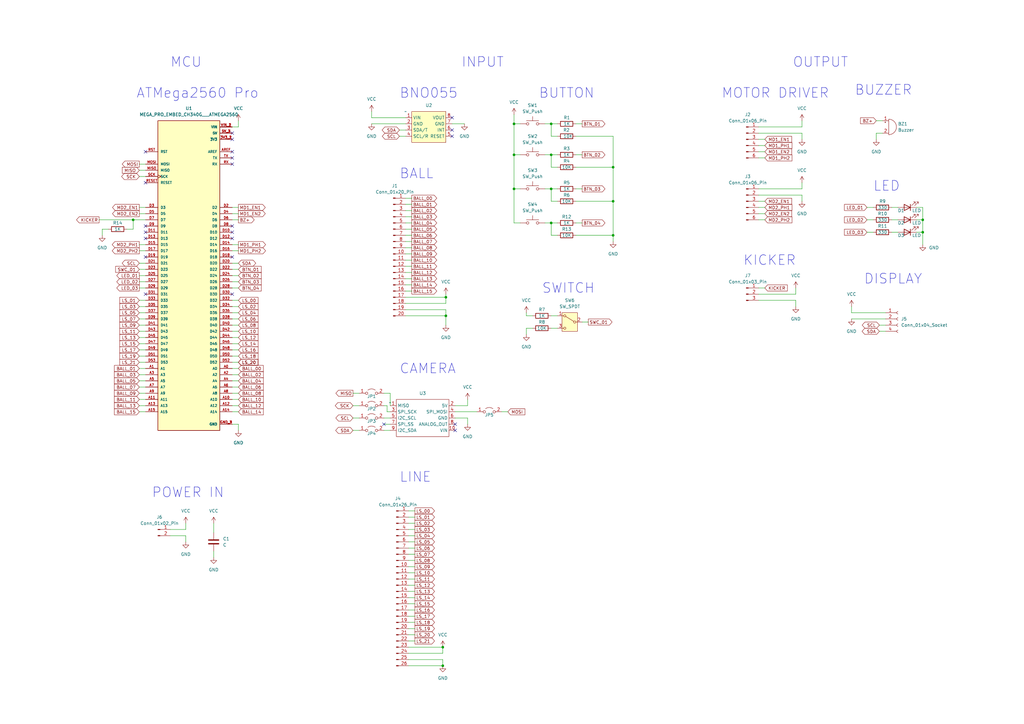
<source format=kicad_sch>
(kicad_sch (version 20230121) (generator eeschema)
  (paper "A3")
  (junction (at 182.88 129.54))
  (junction (at 251.46 82.55))
  (junction (at 54.61 90.17))
  (junction (at 210.82 50.8))
  (junction (at 181.61 265.43))
  (junction (at 378.46 90.17))
  (junction (at 226.06 63.5))
  (junction (at 378.46 95.25))
  (junction (at 226.06 91.44))
  (junction (at 251.46 96.52))
  (junction (at 251.46 68.58))
  (junction (at 182.88 121.92))
  (junction (at 210.82 63.5))
  (junction (at 226.06 50.8))
  (junction (at 181.61 273.05))
  (junction (at 226.06 77.47))
  (junction (at 210.82 77.47))
  (no_connect (at 59.69 105.41))
  (no_connect (at 95.25 95.25))
  (no_connect (at 157.48 173.99))
  (no_connect (at 95.25 120.65))
  (no_connect (at 95.25 64.77))
  (no_connect (at 186.69 173.99))
  (no_connect (at 95.25 105.41))
  (no_connect (at 59.69 120.65))
  (no_connect (at 95.25 57.15))
  (no_connect (at 95.25 54.61))
  (no_connect (at 186.69 176.53))
  (no_connect (at 95.25 62.23))
  (no_connect (at 95.25 97.79))
  (no_connect (at 185.42 55.88))
  (no_connect (at 59.69 74.93))
  (no_connect (at 59.69 97.79))
  (no_connect (at 59.69 92.71))
  (no_connect (at 185.42 53.34))
  (no_connect (at 185.42 48.26))
  (no_connect (at 59.69 62.23))
  (no_connect (at 95.25 67.31))
  (no_connect (at 95.25 92.71))
  (no_connect (at 59.69 95.25))
  (wire (pts (xy 326.39 125.73) (xy 326.39 123.19)))
  (wire (pts (xy 95.25 151.13) (xy 97.79 151.13)))
  (wire (pts (xy 54.61 90.17) (xy 59.69 90.17)))
  (wire (pts (xy 41.91 96.52) (xy 41.91 93.98)))
  (wire (pts (xy 251.46 68.58) (xy 251.46 55.88)))
  (wire (pts (xy 166.37 88.9) (xy 168.91 88.9)))
  (wire (pts (xy 95.25 52.07) (xy 97.79 52.07)))
  (wire (pts (xy 238.76 50.8) (xy 236.22 50.8)))
  (wire (pts (xy 375.92 85.09) (xy 378.46 85.09)))
  (wire (pts (xy 191.77 166.37) (xy 191.77 163.83)))
  (wire (pts (xy 57.15 72.39) (xy 59.69 72.39)))
  (wire (pts (xy 166.37 86.36) (xy 168.91 86.36)))
  (wire (pts (xy 226.06 129.54) (xy 228.6 129.54)))
  (wire (pts (xy 378.46 95.25) (xy 378.46 100.33)))
  (wire (pts (xy 226.06 91.44) (xy 226.06 96.52)))
  (wire (pts (xy 57.15 133.35) (xy 59.69 133.35)))
  (wire (pts (xy 95.25 128.27) (xy 97.79 128.27)))
  (wire (pts (xy 69.85 217.17) (xy 76.2 217.17)))
  (wire (pts (xy 144.78 176.53) (xy 147.32 176.53)))
  (wire (pts (xy 182.88 127) (xy 182.88 129.54)))
  (wire (pts (xy 375.92 90.17) (xy 378.46 90.17)))
  (wire (pts (xy 57.15 115.57) (xy 59.69 115.57)))
  (wire (pts (xy 166.37 101.6) (xy 168.91 101.6)))
  (wire (pts (xy 76.2 217.17) (xy 76.2 214.63)))
  (wire (pts (xy 181.61 265.43) (xy 181.61 267.97)))
  (wire (pts (xy 167.64 219.71) (xy 170.18 219.71)))
  (wire (pts (xy 167.64 227.33) (xy 170.18 227.33)))
  (wire (pts (xy 57.15 138.43) (xy 59.69 138.43)))
  (wire (pts (xy 57.15 87.63) (xy 59.69 87.63)))
  (wire (pts (xy 191.77 173.99) (xy 191.77 171.45)))
  (wire (pts (xy 166.37 127) (xy 182.88 127)))
  (wire (pts (xy 215.9 129.54) (xy 218.44 129.54)))
  (wire (pts (xy 95.25 138.43) (xy 97.79 138.43)))
  (wire (pts (xy 361.95 49.53) (xy 359.41 49.53)))
  (wire (pts (xy 228.6 50.8) (xy 226.06 50.8)))
  (wire (pts (xy 166.37 109.22) (xy 168.91 109.22)))
  (wire (pts (xy 238.76 91.44) (xy 236.22 91.44)))
  (wire (pts (xy 311.15 85.09) (xy 313.69 85.09)))
  (wire (pts (xy 144.78 166.37) (xy 147.32 166.37)))
  (wire (pts (xy 57.15 100.33) (xy 59.69 100.33)))
  (wire (pts (xy 57.15 107.95) (xy 59.69 107.95)))
  (wire (pts (xy 167.64 234.95) (xy 170.18 234.95)))
  (wire (pts (xy 182.88 133.35) (xy 182.88 129.54)))
  (wire (pts (xy 375.92 95.25) (xy 378.46 95.25)))
  (wire (pts (xy 57.15 166.37) (xy 59.69 166.37)))
  (wire (pts (xy 57.15 153.67) (xy 59.69 153.67)))
  (wire (pts (xy 378.46 85.09) (xy 378.46 90.17)))
  (wire (pts (xy 41.91 93.98) (xy 44.45 93.98)))
  (wire (pts (xy 311.15 118.11) (xy 313.69 118.11)))
  (wire (pts (xy 97.79 173.99) (xy 97.79 176.53)))
  (wire (pts (xy 57.15 113.03) (xy 59.69 113.03)))
  (wire (pts (xy 152.4 50.8) (xy 166.37 50.8)))
  (wire (pts (xy 213.36 63.5) (xy 210.82 63.5)))
  (wire (pts (xy 57.15 67.31) (xy 59.69 67.31)))
  (wire (pts (xy 226.06 50.8) (xy 223.52 50.8)))
  (wire (pts (xy 95.25 115.57) (xy 97.79 115.57)))
  (wire (pts (xy 95.25 133.35) (xy 97.79 133.35)))
  (wire (pts (xy 76.2 219.71) (xy 69.85 219.71)))
  (wire (pts (xy 363.22 128.27) (xy 349.25 128.27)))
  (wire (pts (xy 95.25 153.67) (xy 97.79 153.67)))
  (wire (pts (xy 40.64 90.17) (xy 54.61 90.17)))
  (wire (pts (xy 326.39 123.19) (xy 311.15 123.19)))
  (wire (pts (xy 158.75 166.37) (xy 157.48 166.37)))
  (wire (pts (xy 186.69 166.37) (xy 191.77 166.37)))
  (wire (pts (xy 167.64 252.73) (xy 170.18 252.73)))
  (wire (pts (xy 95.25 110.49) (xy 97.79 110.49)))
  (wire (pts (xy 210.82 46.99) (xy 210.82 50.8)))
  (wire (pts (xy 167.64 214.63) (xy 170.18 214.63)))
  (wire (pts (xy 152.4 45.72) (xy 152.4 48.26)))
  (wire (pts (xy 57.15 128.27) (xy 59.69 128.27)))
  (wire (pts (xy 226.06 77.47) (xy 228.6 77.47)))
  (wire (pts (xy 57.15 140.97) (xy 59.69 140.97)))
  (wire (pts (xy 326.39 118.11) (xy 326.39 120.65)))
  (wire (pts (xy 226.06 63.5) (xy 223.52 63.5)))
  (wire (pts (xy 251.46 55.88) (xy 236.22 55.88)))
  (wire (pts (xy 95.25 107.95) (xy 97.79 107.95)))
  (wire (pts (xy 166.37 111.76) (xy 168.91 111.76)))
  (wire (pts (xy 95.25 118.11) (xy 97.79 118.11)))
  (wire (pts (xy 167.64 240.03) (xy 170.18 240.03)))
  (wire (pts (xy 368.3 85.09) (xy 365.76 85.09)))
  (wire (pts (xy 236.22 68.58) (xy 251.46 68.58)))
  (wire (pts (xy 57.15 135.89) (xy 59.69 135.89)))
  (wire (pts (xy 144.78 161.29) (xy 147.32 161.29)))
  (wire (pts (xy 166.37 83.82) (xy 168.91 83.82)))
  (wire (pts (xy 166.37 93.98) (xy 168.91 93.98)))
  (wire (pts (xy 182.88 121.92) (xy 182.88 124.46)))
  (wire (pts (xy 166.37 96.52) (xy 168.91 96.52)))
  (wire (pts (xy 57.15 125.73) (xy 59.69 125.73)))
  (wire (pts (xy 57.15 85.09) (xy 59.69 85.09)))
  (wire (pts (xy 157.48 173.99) (xy 160.02 173.99)))
  (wire (pts (xy 54.61 93.98) (xy 54.61 90.17)))
  (wire (pts (xy 157.48 161.29) (xy 160.02 161.29)))
  (wire (pts (xy 185.42 50.8) (xy 190.5 50.8)))
  (wire (pts (xy 57.15 158.75) (xy 59.69 158.75)))
  (wire (pts (xy 57.15 151.13) (xy 59.69 151.13)))
  (wire (pts (xy 368.3 95.25) (xy 365.76 95.25)))
  (wire (pts (xy 167.64 224.79) (xy 170.18 224.79)))
  (wire (pts (xy 210.82 63.5) (xy 210.82 77.47)))
  (wire (pts (xy 166.37 121.92) (xy 182.88 121.92)))
  (wire (pts (xy 157.48 171.45) (xy 160.02 171.45)))
  (wire (pts (xy 87.63 226.06) (xy 87.63 228.6)))
  (wire (pts (xy 166.37 99.06) (xy 168.91 99.06)))
  (wire (pts (xy 95.25 130.81) (xy 97.79 130.81)))
  (wire (pts (xy 182.88 120.65) (xy 182.88 121.92)))
  (wire (pts (xy 359.41 54.61) (xy 359.41 57.15)))
  (wire (pts (xy 57.15 69.85) (xy 59.69 69.85)))
  (wire (pts (xy 163.83 55.88) (xy 166.37 55.88)))
  (wire (pts (xy 167.64 232.41) (xy 170.18 232.41)))
  (wire (pts (xy 311.15 82.55) (xy 313.69 82.55)))
  (wire (pts (xy 182.88 124.46) (xy 166.37 124.46)))
  (wire (pts (xy 251.46 82.55) (xy 251.46 68.58)))
  (wire (pts (xy 167.64 270.51) (xy 181.61 270.51)))
  (wire (pts (xy 328.93 74.93) (xy 328.93 77.47)))
  (wire (pts (xy 167.64 242.57) (xy 170.18 242.57)))
  (wire (pts (xy 166.37 106.68) (xy 168.91 106.68)))
  (wire (pts (xy 355.6 85.09) (xy 358.14 85.09)))
  (wire (pts (xy 57.15 148.59) (xy 59.69 148.59)))
  (wire (pts (xy 95.25 166.37) (xy 97.79 166.37)))
  (wire (pts (xy 251.46 96.52) (xy 251.46 82.55)))
  (wire (pts (xy 57.15 110.49) (xy 59.69 110.49)))
  (wire (pts (xy 167.64 255.27) (xy 170.18 255.27)))
  (wire (pts (xy 378.46 95.25) (xy 378.46 90.17)))
  (wire (pts (xy 213.36 77.47) (xy 210.82 77.47)))
  (wire (pts (xy 166.37 81.28) (xy 168.91 81.28)))
  (wire (pts (xy 52.07 93.98) (xy 54.61 93.98)))
  (wire (pts (xy 311.15 77.47) (xy 328.93 77.47)))
  (wire (pts (xy 57.15 130.81) (xy 59.69 130.81)))
  (wire (pts (xy 226.06 55.88) (xy 228.6 55.88)))
  (wire (pts (xy 166.37 104.14) (xy 168.91 104.14)))
  (wire (pts (xy 241.3 132.08) (xy 238.76 132.08)))
  (wire (pts (xy 167.64 237.49) (xy 170.18 237.49)))
  (wire (pts (xy 97.79 52.07) (xy 97.79 49.53)))
  (wire (pts (xy 95.25 158.75) (xy 97.79 158.75)))
  (wire (pts (xy 87.63 214.63) (xy 87.63 218.44)))
  (wire (pts (xy 226.06 134.62) (xy 228.6 134.62)))
  (wire (pts (xy 95.25 123.19) (xy 97.79 123.19)))
  (wire (pts (xy 95.25 168.91) (xy 97.79 168.91)))
  (wire (pts (xy 95.25 173.99) (xy 97.79 173.99)))
  (wire (pts (xy 328.93 80.01) (xy 328.93 82.55)))
  (wire (pts (xy 157.48 176.53) (xy 160.02 176.53)))
  (wire (pts (xy 311.15 90.17) (xy 313.69 90.17)))
  (wire (pts (xy 349.25 128.27) (xy 349.25 125.73)))
  (wire (pts (xy 95.25 125.73) (xy 97.79 125.73)))
  (wire (pts (xy 226.06 82.55) (xy 228.6 82.55)))
  (wire (pts (xy 226.06 77.47) (xy 226.06 82.55)))
  (wire (pts (xy 57.15 163.83) (xy 59.69 163.83)))
  (wire (pts (xy 328.93 54.61) (xy 311.15 54.61)))
  (wire (pts (xy 57.15 143.51) (xy 59.69 143.51)))
  (wire (pts (xy 213.36 91.44) (xy 210.82 91.44)))
  (wire (pts (xy 160.02 161.29) (xy 160.02 166.37)))
  (wire (pts (xy 205.74 168.91) (xy 208.28 168.91)))
  (wire (pts (xy 226.06 68.58) (xy 228.6 68.58)))
  (wire (pts (xy 186.69 171.45) (xy 191.77 171.45)))
  (wire (pts (xy 360.68 133.35) (xy 363.22 133.35)))
  (wire (pts (xy 166.37 119.38) (xy 168.91 119.38)))
  (wire (pts (xy 226.06 50.8) (xy 226.06 55.88)))
  (wire (pts (xy 218.44 134.62) (xy 215.9 134.62)))
  (wire (pts (xy 167.64 262.89) (xy 170.18 262.89)))
  (wire (pts (xy 368.3 90.17) (xy 365.76 90.17)))
  (wire (pts (xy 360.68 135.89) (xy 363.22 135.89)))
  (wire (pts (xy 167.64 212.09) (xy 170.18 212.09)))
  (wire (pts (xy 95.25 163.83) (xy 97.79 163.83)))
  (wire (pts (xy 238.76 77.47) (xy 236.22 77.47)))
  (wire (pts (xy 181.61 267.97) (xy 167.64 267.97)))
  (wire (pts (xy 328.93 54.61) (xy 328.93 57.15)))
  (wire (pts (xy 226.06 96.52) (xy 228.6 96.52)))
  (wire (pts (xy 95.25 85.09) (xy 97.79 85.09)))
  (wire (pts (xy 57.15 102.87) (xy 59.69 102.87)))
  (wire (pts (xy 95.25 161.29) (xy 97.79 161.29)))
  (wire (pts (xy 167.64 222.25) (xy 170.18 222.25)))
  (wire (pts (xy 167.64 257.81) (xy 170.18 257.81)))
  (wire (pts (xy 210.82 50.8) (xy 210.82 63.5)))
  (wire (pts (xy 166.37 114.3) (xy 168.91 114.3)))
  (wire (pts (xy 361.95 54.61) (xy 359.41 54.61)))
  (wire (pts (xy 223.52 91.44) (xy 226.06 91.44)))
  (wire (pts (xy 166.37 91.44) (xy 168.91 91.44)))
  (wire (pts (xy 57.15 118.11) (xy 59.69 118.11)))
  (wire (pts (xy 57.15 161.29) (xy 59.69 161.29)))
  (wire (pts (xy 311.15 57.15) (xy 313.69 57.15)))
  (wire (pts (xy 215.9 134.62) (xy 215.9 137.16)))
  (wire (pts (xy 326.39 120.65) (xy 311.15 120.65)))
  (wire (pts (xy 355.6 95.25) (xy 358.14 95.25)))
  (wire (pts (xy 158.75 168.91) (xy 160.02 168.91)))
  (wire (pts (xy 95.25 102.87) (xy 97.79 102.87)))
  (wire (pts (xy 236.22 96.52) (xy 251.46 96.52)))
  (wire (pts (xy 167.64 247.65) (xy 170.18 247.65)))
  (wire (pts (xy 167.64 250.19) (xy 170.18 250.19)))
  (wire (pts (xy 311.15 80.01) (xy 328.93 80.01)))
  (wire (pts (xy 311.15 59.69) (xy 313.69 59.69)))
  (wire (pts (xy 170.18 209.55) (xy 167.64 209.55)))
  (wire (pts (xy 95.25 100.33) (xy 97.79 100.33)))
  (wire (pts (xy 166.37 129.54) (xy 182.88 129.54)))
  (wire (pts (xy 210.82 77.47) (xy 210.82 91.44)))
  (wire (pts (xy 223.52 77.47) (xy 226.06 77.47)))
  (wire (pts (xy 95.25 148.59) (xy 97.79 148.59)))
  (wire (pts (xy 236.22 82.55) (xy 251.46 82.55)))
  (wire (pts (xy 95.25 156.21) (xy 97.79 156.21)))
  (wire (pts (xy 215.9 128.27) (xy 215.9 129.54)))
  (wire (pts (xy 167.64 229.87) (xy 170.18 229.87)))
  (wire (pts (xy 226.06 91.44) (xy 228.6 91.44)))
  (wire (pts (xy 181.61 270.51) (xy 181.61 273.05)))
  (wire (pts (xy 95.25 87.63) (xy 97.79 87.63)))
  (wire (pts (xy 57.15 123.19) (xy 59.69 123.19)))
  (wire (pts (xy 349.25 130.81) (xy 363.22 130.81)))
  (wire (pts (xy 167.64 260.35) (xy 170.18 260.35)))
  (wire (pts (xy 158.75 166.37) (xy 158.75 168.91)))
  (wire (pts (xy 311.15 62.23) (xy 313.69 62.23)))
  (wire (pts (xy 167.64 265.43) (xy 181.61 265.43)))
  (wire (pts (xy 95.25 143.51) (xy 97.79 143.51)))
  (wire (pts (xy 328.93 52.07) (xy 311.15 52.07)))
  (wire (pts (xy 163.83 53.34) (xy 166.37 53.34)))
  (wire (pts (xy 186.69 168.91) (xy 195.58 168.91)))
  (wire (pts (xy 311.15 64.77) (xy 313.69 64.77)))
  (wire (pts (xy 228.6 63.5) (xy 226.06 63.5)))
  (wire (pts (xy 95.25 113.03) (xy 97.79 113.03)))
  (wire (pts (xy 167.64 245.11) (xy 170.18 245.11)))
  (wire (pts (xy 238.76 63.5) (xy 236.22 63.5)))
  (wire (pts (xy 167.64 217.17) (xy 170.18 217.17)))
  (wire (pts (xy 251.46 99.06) (xy 251.46 96.52)))
  (wire (pts (xy 226.06 68.58) (xy 226.06 63.5)))
  (wire (pts (xy 95.25 140.97) (xy 97.79 140.97)))
  (wire (pts (xy 166.37 116.84) (xy 168.91 116.84)))
  (wire (pts (xy 57.15 156.21) (xy 59.69 156.21)))
  (wire (pts (xy 95.25 135.89) (xy 97.79 135.89)))
  (wire (pts (xy 210.82 50.8) (xy 213.36 50.8)))
  (wire (pts (xy 57.15 168.91) (xy 59.69 168.91)))
  (wire (pts (xy 152.4 48.26) (xy 166.37 48.26)))
  (wire (pts (xy 355.6 90.17) (xy 358.14 90.17)))
  (wire (pts (xy 311.15 87.63) (xy 313.69 87.63)))
  (wire (pts (xy 95.25 90.17) (xy 97.79 90.17)))
  (wire (pts (xy 76.2 222.25) (xy 76.2 219.71)))
  (wire (pts (xy 57.15 146.05) (xy 59.69 146.05)))
  (wire (pts (xy 167.64 273.05) (xy 181.61 273.05)))
  (wire (pts (xy 95.25 146.05) (xy 97.79 146.05)))
  (wire (pts (xy 328.93 49.53) (xy 328.93 52.07)))
  (wire (pts (xy 144.78 171.45) (xy 147.32 171.45)))
  (text "OUTPUT" (at 325.12 27.94 0) (effects (font (size 4 4)) (justify left bottom)))
  (text "DISPLAY" (at 354.33 116.84 0) (effects (font (size 4 4)) (justify left bottom)))
  (text "CAMERA" (at 163.83 153.67 0) (effects (font (size 4 4)) (justify left bottom)))
  (text "KICKER" (at 304.8 109.22 0) (effects (font (size 4 4)) (justify left bottom)))
  (text "ATMega2560 Pro" (at 55.88 40.64 0) (effects (font (size 4 4)) (justify left bottom)))
  (text "BNO055" (at 163.83 40.64 0) (effects (font (size 4 4)) (justify left bottom)))
  (text "BUTTON" (at 220.98 40.64 0) (effects (font (size 4 4)) (justify left bottom)))
  (text "BUZZER" (at 350.52 39.37 0) (effects (font (size 4 4)) (justify left bottom)))
  (text "SWITCH" (at 222.25 120.65 0) (effects (font (size 4 4)) (justify left bottom)))
  (text "MOTOR DRIVER" (at 295.91 40.64 0) (effects (font (size 4 4)) (justify left bottom)))
  (text "BALL" (at 163.83 73.66 0) (effects (font (size 4 4)) (justify left bottom)))
  (text "POWER IN" (at 62.23 204.47 0) (effects (font (size 4 4)) (justify left bottom)))
  (text "MCU" (at 69.85 27.94 0) (effects (font (size 4 4)) (justify left bottom)))
  (text "INPUT" (at 189.23 27.94 0) (effects (font (size 4 4)) (justify left bottom)))
  (text "LINE" (at 163.83 198.12 0) (effects (font (size 4 4)) (justify left bottom)))
  (text "LED" (at 358.14 78.74 0) (effects (font (size 4 4)) (justify left bottom)))
  (global_label "LS_08" (shape output) (at 170.18 229.87 0) (property "Intersheetrefs" "${INTERSHEET_REFS}" (effects hide)))
  (global_label "BALL_09" (shape output) (at 168.91 104.14 0) (property "Intersheetrefs" "${INTERSHEET_REFS}" (effects hide)))
  (global_label "BALL_11" (shape input) (at 57.15 163.83 180) (property "Intersheetrefs" "${INTERSHEET_REFS}" (effects hide)))
  (global_label "LS_13" (shape input) (at 57.15 138.43 180) (property "Intersheetrefs" "${INTERSHEET_REFS}" (effects hide)))
  (global_label "MD2_EN2" (shape output) (at 57.15 87.63 180) (property "Intersheetrefs" "${INTERSHEET_REFS}" (effects hide)))
  (global_label "BTN_02" (shape input) (at 97.79 113.03 0) (property "Intersheetrefs" "${INTERSHEET_REFS}" (effects hide)))
  (global_label "BTN_03" (shape output) (at 238.76 77.47 0) (property "Intersheetrefs" "${INTERSHEET_REFS}" (effects hide)))
  (global_label "LS_20" (shape output) (at 170.18 260.35 0) (property "Intersheetrefs" "${INTERSHEET_REFS}" (effects hide)))
  (global_label "LS_07" (shape input) (at 57.15 130.81 180) (property "Intersheetrefs" "${INTERSHEET_REFS}" (effects hide)))
  (global_label "LS_15" (shape input) (at 57.15 140.97 180) (property "Intersheetrefs" "${INTERSHEET_REFS}" (effects hide)))
  (global_label "BZ+" (shape input) (at 359.41 49.53 180) (property "Intersheetrefs" "${INTERSHEET_REFS}" (effects hide)))
  (global_label "LS_03" (shape input) (at 57.15 125.73 180) (property "Intersheetrefs" "${INTERSHEET_REFS}" (effects hide)))
  (global_label "LS_00" (shape input) (at 97.79 123.19 0) (property "Intersheetrefs" "${INTERSHEET_REFS}" (effects hide)))
  (global_label "LS_13" (shape output) (at 170.18 242.57 0) (property "Intersheetrefs" "${INTERSHEET_REFS}" (effects hide)))
  (global_label "BALL_08" (shape output) (at 168.91 101.6 0) (property "Intersheetrefs" "${INTERSHEET_REFS}" (effects hide)))
  (global_label "LS_20" (shape input) (at 97.79 148.59 0) (property "Intersheetrefs" "${INTERSHEET_REFS}" (effects hide)))
  (global_label "LS_21" (shape output) (at 170.18 262.89 0) (property "Intersheetrefs" "${INTERSHEET_REFS}" (effects hide)))
  (global_label "MD2_PH2" (shape output) (at 57.15 102.87 180) (property "Intersheetrefs" "${INTERSHEET_REFS}" (effects hide)))
  (global_label "BALL_04" (shape input) (at 97.79 156.21 0) (property "Intersheetrefs" "${INTERSHEET_REFS}" (effects hide)))
  (global_label "SWC_01" (shape output) (at 241.3 132.08 0) (property "Intersheetrefs" "${INTERSHEET_REFS}" (effects hide)))
  (global_label "MD2_EN2" (shape input) (at 313.69 87.63 0) (property "Intersheetrefs" "${INTERSHEET_REFS}" (effects hide)))
  (global_label "SCL" (shape bidirectional) (at 163.83 55.88 180) (property "Intersheetrefs" "${INTERSHEET_REFS}" (effects hide)))
  (global_label "BTN_04" (shape output) (at 238.76 91.44 0) (property "Intersheetrefs" "${INTERSHEET_REFS}" (effects hide)))
  (global_label "LS_01" (shape input) (at 57.15 123.19 180) (property "Intersheetrefs" "${INTERSHEET_REFS}" (effects hide)))
  (global_label "SDA" (shape bidirectional) (at 144.78 176.53 180) (property "Intersheetrefs" "${INTERSHEET_REFS}" (effects hide)))
  (global_label "BALL_13" (shape input) (at 57.15 166.37 180) (property "Intersheetrefs" "${INTERSHEET_REFS}" (effects hide)))
  (global_label "MD1_PH2" (shape input) (at 313.69 64.77 0) (property "Intersheetrefs" "${INTERSHEET_REFS}" (effects hide)))
  (global_label "LS_18" (shape input) (at 97.79 146.05 0) (property "Intersheetrefs" "${INTERSHEET_REFS}" (effects hide)))
  (global_label "BALL_02" (shape input) (at 97.79 153.67 0) (property "Intersheetrefs" "${INTERSHEET_REFS}" (effects hide)))
  (global_label "BALL_14" (shape input) (at 97.79 168.91 0) (property "Intersheetrefs" "${INTERSHEET_REFS}" (effects hide)))
  (global_label "LS_07" (shape output) (at 170.18 227.33 0) (property "Intersheetrefs" "${INTERSHEET_REFS}" (effects hide)))
  (global_label "LS_06" (shape output) (at 170.18 224.79 0) (property "Intersheetrefs" "${INTERSHEET_REFS}" (effects hide)))
  (global_label "LS_10" (shape output) (at 170.18 234.95 0) (property "Intersheetrefs" "${INTERSHEET_REFS}" (effects hide)))
  (global_label "LS_21" (shape input) (at 57.15 148.59 180) (property "Intersheetrefs" "${INTERSHEET_REFS}" (effects hide)))
  (global_label "BALL_11" (shape output) (at 168.91 109.22 0) (property "Intersheetrefs" "${INTERSHEET_REFS}" (effects hide)))
  (global_label "MD1_EN2" (shape input) (at 313.69 62.23 0) (property "Intersheetrefs" "${INTERSHEET_REFS}" (effects hide)))
  (global_label "SWC_01" (shape input) (at 57.15 110.49 180) (property "Intersheetrefs" "${INTERSHEET_REFS}" (effects hide)))
  (global_label "BALL_10" (shape output) (at 168.91 106.68 0) (property "Intersheetrefs" "${INTERSHEET_REFS}" (effects hide)))
  (global_label "LS_02" (shape output) (at 170.18 214.63 0) (property "Intersheetrefs" "${INTERSHEET_REFS}" (effects hide)))
  (global_label "LS_14" (shape input) (at 97.79 140.97 0) (property "Intersheetrefs" "${INTERSHEET_REFS}" (effects hide)))
  (global_label "MISO" (shape input) (at 57.15 69.85 180) (property "Intersheetrefs" "${INTERSHEET_REFS}" (effects hide)))
  (global_label "MD2_PH2" (shape input) (at 313.69 90.17 0) (property "Intersheetrefs" "${INTERSHEET_REFS}" (effects hide)))
  (global_label "BALL_00" (shape output) (at 168.91 81.28 0) (property "Intersheetrefs" "${INTERSHEET_REFS}" (effects hide)))
  (global_label "LS_16" (shape output) (at 170.18 250.19 0) (property "Intersheetrefs" "${INTERSHEET_REFS}" (effects hide)))
  (global_label "LS_16" (shape input) (at 97.79 143.51 0) (property "Intersheetrefs" "${INTERSHEET_REFS}" (effects hide)))
  (global_label "LS_11" (shape input) (at 57.15 135.89 180) (property "Intersheetrefs" "${INTERSHEET_REFS}" (effects hide)))
  (global_label "BTN_01" (shape output) (at 238.76 50.8 0) (property "Intersheetrefs" "${INTERSHEET_REFS}" (effects hide)))
  (global_label "BALL_12" (shape input) (at 97.79 166.37 0) (property "Intersheetrefs" "${INTERSHEET_REFS}" (effects hide)))
  (global_label "KICKER" (shape input) (at 313.69 118.11 0) (property "Intersheetrefs" "${INTERSHEET_REFS}" (effects hide)))
  (global_label "MD1_PH1" (shape input) (at 313.69 59.69 0) (property "Intersheetrefs" "${INTERSHEET_REFS}" (effects hide)))
  (global_label "LS_12" (shape output) (at 170.18 240.03 0) (property "Intersheetrefs" "${INTERSHEET_REFS}" (effects hide)))
  (global_label "BALL_01" (shape output) (at 168.91 83.82 0) (property "Intersheetrefs" "${INTERSHEET_REFS}" (effects hide)))
  (global_label "BALL_07" (shape input) (at 57.15 158.75 180) (property "Intersheetrefs" "${INTERSHEET_REFS}" (effects hide)))
  (global_label "LS_04" (shape input) (at 97.79 128.27 0) (property "Intersheetrefs" "${INTERSHEET_REFS}" (effects hide)))
  (global_label "LS_18" (shape output) (at 170.18 255.27 0) (property "Intersheetrefs" "${INTERSHEET_REFS}" (effects hide)))
  (global_label "LED_02" (shape input) (at 355.6 90.17 180) (property "Intersheetrefs" "${INTERSHEET_REFS}" (effects hide)))
  (global_label "BALL_03" (shape input) (at 57.15 153.67 180) (property "Intersheetrefs" "${INTERSHEET_REFS}" (effects hide)))
  (global_label "BALL_02" (shape output) (at 168.91 86.36 0) (property "Intersheetrefs" "${INTERSHEET_REFS}" (effects hide)))
  (global_label "SCK" (shape bidirectional) (at 57.15 72.39 180) (property "Intersheetrefs" "${INTERSHEET_REFS}" (effects hide)))
  (global_label "SCL" (shape bidirectional) (at 57.15 107.95 180) (property "Intersheetrefs" "${INTERSHEET_REFS}" (effects hide)))
  (global_label "LS_04" (shape output) (at 170.18 219.71 0) (property "Intersheetrefs" "${INTERSHEET_REFS}" (effects hide)))
  (global_label "KICKER" (shape output) (at 40.64 90.17 180) (property "Intersheetrefs" "${INTERSHEET_REFS}" (effects hide)))
  (global_label "MISO" (shape output) (at 144.78 161.29 180) (property "Intersheetrefs" "${INTERSHEET_REFS}" (effects hide)))
  (global_label "BALL_14" (shape output) (at 168.91 116.84 0) (property "Intersheetrefs" "${INTERSHEET_REFS}" (effects hide)))
  (global_label "MOSI" (shape input) (at 208.28 168.91 0) (property "Intersheetrefs" "${INTERSHEET_REFS}" (effects hide)))
  (global_label "LS_05" (shape input) (at 57.15 128.27 180) (property "Intersheetrefs" "${INTERSHEET_REFS}" (effects hide)))
  (global_label "BTN_04" (shape input) (at 97.79 118.11 0) (property "Intersheetrefs" "${INTERSHEET_REFS}" (effects hide)))
  (global_label "MD1_PH2" (shape output) (at 97.79 102.87 0) (property "Intersheetrefs" "${INTERSHEET_REFS}" (effects hide)))
  (global_label "BALL_05" (shape input) (at 57.15 156.21 180) (property "Intersheetrefs" "${INTERSHEET_REFS}" (effects hide)))
  (global_label "LS_02" (shape input) (at 97.79 125.73 0) (property "Intersheetrefs" "${INTERSHEET_REFS}" (effects hide)))
  (global_label "MD2_EN1" (shape output) (at 57.15 85.09 180) (property "Intersheetrefs" "${INTERSHEET_REFS}" (effects hide)))
  (global_label "BALL_07" (shape output) (at 168.91 99.06 0) (property "Intersheetrefs" "${INTERSHEET_REFS}" (effects hide)))
  (global_label "BALL_12" (shape output) (at 168.91 111.76 0) (property "Intersheetrefs" "${INTERSHEET_REFS}" (effects hide)))
  (global_label "BALL_15" (shape input) (at 57.15 168.91 180) (property "Intersheetrefs" "${INTERSHEET_REFS}" (effects hide)))
  (global_label "MD2_PH1" (shape output) (at 57.15 100.33 180) (property "Intersheetrefs" "${INTERSHEET_REFS}" (effects hide)))
  (global_label "LS_17" (shape input) (at 57.15 143.51 180) (property "Intersheetrefs" "${INTERSHEET_REFS}" (effects hide)))
  (global_label "BALL_15" (shape output) (at 168.91 119.38 0) (property "Intersheetrefs" "${INTERSHEET_REFS}" (effects hide)))
  (global_label "LS_11" (shape output) (at 170.18 237.49 0) (property "Intersheetrefs" "${INTERSHEET_REFS}" (effects hide)))
  (global_label "LS_09" (shape input) (at 57.15 133.35 180) (property "Intersheetrefs" "${INTERSHEET_REFS}" (effects hide)))
  (global_label "SCL" (shape bidirectional) (at 360.68 133.35 180) (property "Intersheetrefs" "${INTERSHEET_REFS}" (effects hide)))
  (global_label "LS_05" (shape output) (at 170.18 222.25 0) (property "Intersheetrefs" "${INTERSHEET_REFS}" (effects hide)))
  (global_label "MD1_EN1" (shape output) (at 97.79 85.09 0) (property "Intersheetrefs" "${INTERSHEET_REFS}" (effects hide)))
  (global_label "LED_02" (shape output) (at 57.15 115.57 180) (property "Intersheetrefs" "${INTERSHEET_REFS}" (effects hide)))
  (global_label "BTN_03" (shape input) (at 97.79 115.57 0) (property "Intersheetrefs" "${INTERSHEET_REFS}" (effects hide)))
  (global_label "LS_15" (shape output) (at 170.18 247.65 0) (property "Intersheetrefs" "${INTERSHEET_REFS}" (effects hide)))
  (global_label "BALL_13" (shape output) (at 168.91 114.3 0) (property "Intersheetrefs" "${INTERSHEET_REFS}" (effects hide)))
  (global_label "LS_20" (shape input) (at 97.7521 148.59 0) (property "Intersheetrefs" "${INTERSHEET_REFS}" (effects hide)))
  (global_label "LS_14" (shape output) (at 170.18 245.11 0) (property "Intersheetrefs" "${INTERSHEET_REFS}" (effects hide)))
  (global_label "BALL_06" (shape input) (at 97.79 158.75 0) (property "Intersheetrefs" "${INTERSHEET_REFS}" (effects hide)))
  (global_label "BALL_06" (shape output) (at 168.91 96.52 0) (property "Intersheetrefs" "${INTERSHEET_REFS}" (effects hide)))
  (global_label "SDA" (shape bidirectional) (at 360.68 135.89 180) (property "Intersheetrefs" "${INTERSHEET_REFS}" (effects hide)))
  (global_label "BZ+" (shape output) (at 97.79 90.17 0) (property "Intersheetrefs" "${INTERSHEET_REFS}" (effects hide)))
  (global_label "BTN_02" (shape output) (at 238.76 63.5 0) (property "Intersheetrefs" "${INTERSHEET_REFS}" (effects hide)))
  (global_label "SCK" (shape bidirectional) (at 144.78 166.37 180) (property "Intersheetrefs" "${INTERSHEET_REFS}" (effects hide)))
  (global_label "BALL_05" (shape output) (at 168.91 93.98 0) (property "Intersheetrefs" "${INTERSHEET_REFS}" (effects hide)))
  (global_label "LED_03" (shape input) (at 355.6 95.25 180) (property "Intersheetrefs" "${INTERSHEET_REFS}" (effects hide)))
  (global_label "LS_08" (shape input) (at 97.79 133.35 0) (property "Intersheetrefs" "${INTERSHEET_REFS}" (effects hide)))
  (global_label "MOSI" (shape output) (at 57.15 67.31 180) (property "Intersheetrefs" "${INTERSHEET_REFS}" (effects hide)))
  (global_label "BALL_01" (shape input) (at 57.15 151.13 180) (property "Intersheetrefs" "${INTERSHEET_REFS}" (effects hide)))
  (global_label "BTN_01" (shape input) (at 97.79 110.49 0) (property "Intersheetrefs" "${INTERSHEET_REFS}" (effects hide)))
  (global_label "LS_06" (shape input) (at 97.79 130.81 0) (property "Intersheetrefs" "${INTERSHEET_REFS}" (effects hide)))
  (global_label "LS_12" (shape input) (at 97.79 138.43 0) (property "Intersheetrefs" "${INTERSHEET_REFS}" (effects hide)))
  (global_label "BALL_10" (shape input) (at 97.79 163.83 0) (property "Intersheetrefs" "${INTERSHEET_REFS}" (effects hide)))
  (global_label "SDA" (shape bidirectional) (at 97.79 107.95 0) (property "Intersheetrefs" "${INTERSHEET_REFS}" (effects hide)))
  (global_label "LED_01" (shape input) (at 355.6 85.09 180) (property "Intersheetrefs" "${INTERSHEET_REFS}" (effects hide)))
  (global_label "BALL_09" (shape input) (at 57.15 161.29 180) (property "Intersheetrefs" "${INTERSHEET_REFS}" (effects hide)))
  (global_label "LS_00" (shape output) (at 170.18 209.55 0) (property "Intersheetrefs" "${INTERSHEET_REFS}" (effects hide)))
  (global_label "LS_09" (shape output) (at 170.18 232.41 0) (property "Intersheetrefs" "${INTERSHEET_REFS}" (effects hide)))
  (global_label "LS_19" (shape input) (at 57.15 146.05 180) (property "Intersheetrefs" "${INTERSHEET_REFS}" (effects hide)))
  (global_label "BALL_03" (shape output) (at 168.91 88.9 0) (property "Intersheetrefs" "${INTERSHEET_REFS}" (effects hide)))
  (global_label "MD1_EN1" (shape input) (at 313.69 57.15 0) (property "Intersheetrefs" "${INTERSHEET_REFS}" (effects hide)))
  (global_label "LS_03" (shape output) (at 170.18 217.17 0) (property "Intersheetrefs" "${INTERSHEET_REFS}" (effects hide)))
  (global_label "LS_17" (shape output) (at 170.18 252.73 0) (property "Intersheetrefs" "${INTERSHEET_REFS}" (effects hide)))
  (global_label "SCL" (shape bidirectional) (at 144.78 171.45 180) (property "Intersheetrefs" "${INTERSHEET_REFS}" (effects hide)))
  (global_label "LS_01" (shape output) (at 170.18 212.09 0) (property "Intersheetrefs" "${INTERSHEET_REFS}" (effects hide)))
  (global_label "LED_03" (shape output) (at 57.15 118.11 180) (property "Intersheetrefs" "${INTERSHEET_REFS}" (effects hide)))
  (global_label "LS_10" (shape input) (at 97.79 135.89 0) (property "Intersheetrefs" "${INTERSHEET_REFS}" (effects hide)))
  (global_label "LS_19" (shape output) (at 170.18 257.81 0) (property "Intersheetrefs" "${INTERSHEET_REFS}" (effects hide)))
  (global_label "BALL_08" (shape input) (at 97.79 161.29 0) (property "Intersheetrefs" "${INTERSHEET_REFS}" (effects hide)))
  (global_label "MD2_EN1" (shape input) (at 313.69 82.55 0) (property "Intersheetrefs" "${INTERSHEET_REFS}" (effects hide)))
  (global_label "SDA" (shape bidirectional) (at 163.83 53.34 180) (property "Intersheetrefs" "${INTERSHEET_REFS}" (effects hide)))
  (global_label "MD1_PH1" (shape output) (at 97.79 100.33 0) (property "Intersheetrefs" "${INTERSHEET_REFS}" (effects hide)))
  (global_label "MD1_EN2" (shape output) (at 97.79 87.63 0) (property "Intersheetrefs" "${INTERSHEET_REFS}" (effects hide)))
  (global_label "BALL_04" (shape output) (at 168.91 91.44 0) (property "Intersheetrefs" "${INTERSHEET_REFS}" (effects hide)))
  (global_label "LED_01" (shape output) (at 57.15 113.03 180) (property "Intersheetrefs" "${INTERSHEET_REFS}" (effects hide)))
  (global_label "MD2_PH1" (shape input) (at 313.69 85.09 0) (property "Intersheetrefs" "${INTERSHEET_REFS}" (effects hide)))
  (global_label "BALL_00" (shape input) (at 97.79 151.13 0) (property "Intersheetrefs" "${INTERSHEET_REFS}" (effects hide)))
  (symbol (lib_id "power:GND") (at 191.77 173.99 0) (unit 1)
    (property "Reference" "#PWR028" (effects hide))
    (property "Value" "GND" (at 191.77 179.07 0))
  )
  (symbol (lib_id "Jumper:Jumper_2_Open") (at 152.4 176.53 0) (unit 1)
    (property "Reference" "JP4" (at 152.4 177.8 0))
    (property "Value" "Jumper_2_Open" (effects hide))
    (property "Footprint" "Jumper:SolderJumper-2_P1.3mm_Open_Pad1.0x1.5mm" (effects hide))
  )
  (symbol (lib_id "Switch:SW_Push") (at 218.44 50.8 0) (unit 1)
    (property "Reference" "SW1" (at 218.44 43.18 0))
    (property "Value" "SW_Push" (at 218.44 45.72 0))
    (property "Footprint" "@MyLibrary:TVBP06-BN043CB-B" (effects hide))
  )
  (symbol (lib_id "Device:R") (at 361.95 95.25 270) (unit 1)
    (property "Reference" "R11" (at 361.95 92.71 90))
    (property "Value" "330" (at 361.95 95.25 90))
    (property "Footprint" "Resistor_SMD:R_0805_2012Metric" (effects hide))
  )
  (symbol (lib_id "Device:R") (at 361.95 90.17 270) (unit 1)
    (property "Reference" "R10" (at 361.95 87.63 90))
    (property "Value" "330" (at 361.95 90.17 90))
    (property "Footprint" "Resistor_SMD:R_0805_2012Metric" (effects hide))
  )
  (symbol (lib_id "power:VCC") (at 191.77 163.83 0) (unit 1)
    (property "Reference" "#PWR026" (effects hide))
    (property "Value" "VCC" (at 191.77 158.75 0))
  )
  (symbol (lib_id "Connector:Conn_01x26_Pin") (at 162.56 240.03 0) (unit 1)
    (property "Reference" "J4" (at 163.195 204.47 0))
    (property "Value" "Conn_01x26_Pin" (at 163.195 207.01 0))
    (property "Footprint" "Connector_IDC:IDC-Header_2x13_P2.54mm_Vertical" (effects hide))
  )
  (symbol (lib_id "power:VCC") (at 76.2 214.63 0) (unit 1)
    (property "Reference" "#PWR014" (effects hide))
    (property "Value" "VCC" (at 76.2 209.55 0))
  )
  (symbol (lib_id "Device:LED") (at 372.11 85.09 180) (unit 1)
    (property "Reference" "D1" (at 369.57 86.36 0))
    (property "Value" "LED" (at 375.92 86.36 0))
    (property "Footprint" "LED_SMD:LED_0603_1608Metric" (effects hide))
  )
  (symbol (lib_id "power:GND") (at 328.93 82.55 0) (unit 1)
    (property "Reference" "#PWR08" (effects hide))
    (property "Value" "GND" (at 328.93 87.63 0))
  )
  (symbol (lib_id "Switch:SW_Push") (at 218.44 77.47 0) (unit 1)
    (property "Reference" "SW3" (at 218.44 69.85 0))
    (property "Value" "SW_Push" (at 218.44 72.39 0))
    (property "Footprint" "@MyLibrary:TVBP06-BN043CB-B" (effects hide))
  )
  (symbol (lib_id "Device:R") (at 361.95 85.09 270) (unit 1)
    (property "Reference" "R9" (at 361.95 82.55 90))
    (property "Value" "330" (at 361.95 85.09 90))
    (property "Footprint" "Resistor_SMD:R_0805_2012Metric" (effects hide))
  )
  (symbol (lib_id "Device:R") (at 232.41 55.88 90) (unit 1)
    (property "Reference" "R2" (at 233.68 53.34 90) (effects (justify left)))
    (property "Value" "10K" (at 234.95 55.88 90) (effects (justify left)))
    (property "Footprint" "Resistor_SMD:R_0805_2012Metric" (effects hide))
  )
  (symbol (lib_id "Device:R") (at 232.41 68.58 270) (unit 1)
    (property "Reference" "R4" (at 232.41 66.04 90))
    (property "Value" "10K" (at 232.41 68.58 90))
    (property "Footprint" "Resistor_SMD:R_0805_2012Metric" (effects hide))
  )
  (symbol (lib_id "power:VCC") (at 181.61 265.43 0) (unit 1)
    (property "Reference" "#PWR024" (effects hide))
    (property "Value" "VCC" (at 181.61 260.35 0))
  )
  (symbol (lib_id "Switch:SW_Push") (at 218.44 91.44 0) (unit 1)
    (property "Reference" "SW4" (at 218.44 83.82 0))
    (property "Value" "SW_Push" (at 218.44 86.36 0))
    (property "Footprint" "@MyLibrary:TVBP06-BN043CB-B" (effects hide))
  )
  (symbol (lib_id "Device:LED") (at 372.11 90.17 180) (unit 1)
    (property "Reference" "D2" (at 369.57 91.44 0))
    (property "Value" "LED" (at 375.92 91.44 0))
    (property "Footprint" "LED_SMD:LED_0603_1608Metric" (effects hide))
  )
  (symbol (lib_id "power:VCC") (at 328.93 74.93 0) (unit 1)
    (property "Reference" "#PWR07" (effects hide))
    (property "Value" "VCC" (at 328.93 69.85 0))
  )
  (symbol (lib_id "power:VCC") (at 97.79 49.53 0) (unit 1)
    (property "Reference" "#PWR01" (effects hide))
    (property "Value" "VCC" (at 97.79 44.45 0))
  )
  (symbol (lib_id "power:GND") (at 328.93 57.15 0) (unit 1)
    (property "Reference" "#PWR06" (effects hide))
    (property "Value" "GND" (at 328.93 62.23 0))
  )
  (symbol (lib_id "power:GND") (at 181.61 273.05 0) (unit 1)
    (property "Reference" "#PWR025" (effects hide))
    (property "Value" "GND" (at 181.61 278.13 0))
  )
  (symbol (lib_id "power:VCC") (at 215.9 128.27 0) (unit 1)
    (property "Reference" "#PWR016" (effects hide))
    (property "Value" "VCC" (at 215.9 123.19 0))
  )
  (symbol (lib_id "Device:R") (at 232.41 77.47 270) (unit 1)
    (property "Reference" "R5" (at 232.41 74.93 90))
    (property "Value" "1K" (at 232.41 77.47 90))
    (property "Footprint" "Resistor_SMD:R_0805_2012Metric" (effects hide))
  )
  (symbol (lib_id "power:VCC") (at 182.88 120.65 0) (unit 1)
    (property "Reference" "#PWR04" (effects hide))
    (property "Value" "VCC" (at 182.88 115.57 0))
  )
  (symbol (lib_id "Device:R") (at 232.41 50.8 270) (unit 1)
    (property "Reference" "R1" (at 231.14 48.26 90) (effects (justify left)))
    (property "Value" "1K" (at 231.14 50.8 90) (effects (justify left)))
    (property "Footprint" "Resistor_SMD:R_0805_2012Metric" (effects hide))
  )
  (symbol (lib_id "power:GND") (at 76.2 222.25 0) (unit 1)
    (property "Reference" "#PWR015" (effects hide))
    (property "Value" "GND" (at 76.2 227.33 0))
  )
  (symbol (lib_id "Jumper:Jumper_2_Open") (at 152.4 166.37 0) (unit 1)
    (property "Reference" "JP2" (at 152.4 167.64 0))
    (property "Value" "Jumper_2_Open" (effects hide))
    (property "Footprint" "Jumper:SolderJumper-2_P1.3mm_Open_Pad1.0x1.5mm" (effects hide))
  )
  (symbol (lib_id "power:VCC") (at 152.4 45.72 0) (unit 1)
    (property "Reference" "#PWR022" (effects hide))
    (property "Value" "VCC" (at 152.4 40.64 0))
  )
  (symbol (lib_id "Device:R") (at 232.41 82.55 270) (unit 1)
    (property "Reference" "R6" (at 232.41 80.01 90))
    (property "Value" "10K" (at 232.41 82.55 90))
    (property "Footprint" "Resistor_SMD:R_0805_2012Metric" (effects hide))
  )
  (symbol (lib_id "Device:C") (at 87.63 222.25 0) (unit 1)
    (property "Reference" "C1" (at 91.44 220.98 0) (effects (justify left)))
    (property "Value" "C" (at 91.44 223.52 0) (effects (justify left)))
    (property "Footprint" "Capacitor_SMD:C_0805_2012Metric" (effects hide))
  )
  (symbol (lib_id "Connector:Conn_01x06_Pin") (at 306.07 82.55 0) (unit 1)
    (property "Reference" "J3" (at 306.705 72.39 0))
    (property "Value" "Conn_01x06_Pin" (at 306.705 74.93 0))
    (property "Footprint" "Connector_JST:JST_XH_B6B-XH-A_1x06_P2.50mm_Vertical" (effects hide))
  )
  (symbol (lib_id "Device:R") (at 232.41 91.44 270) (unit 1)
    (property "Reference" "R12" (at 232.41 88.9 90))
    (property "Value" "1K" (at 232.41 91.44 90))
    (property "Footprint" "Resistor_SMD:R_0805_2012Metric" (effects hide))
  )
  (symbol (lib_id "Device:R") (at 222.25 134.62 90) (unit 1)
    (property "Reference" "R8" (at 222.25 132.08 90))
    (property "Value" "10K" (at 222.25 134.62 90))
    (property "Footprint" "Resistor_SMD:R_0805_2012Metric" (effects hide))
  )
  (symbol (lib_id "power:GND") (at 251.46 99.06 0) (unit 1)
    (property "Reference" "#PWR011" (effects hide))
    (property "Value" "GND" (at 251.46 104.14 0))
  )
  (symbol (lib_id "power:GND") (at 326.39 125.73 0) (unit 1)
    (property "Reference" "#PWR030" (effects hide))
    (property "Value" "GND" (at 326.39 130.81 0))
  )
  (symbol (lib_id "Connector:Conn_01x06_Pin") (at 306.07 57.15 0) (unit 1)
    (property "Reference" "J2" (at 306.705 46.99 0))
    (property "Value" "Conn_01x06_Pin" (at 306.705 49.53 0))
    (property "Footprint" "Connector_JST:JST_XH_B6B-XH-A_1x06_P2.50mm_Vertical" (effects hide))
  )
  (symbol (lib_id "Device:R") (at 222.25 129.54 270) (unit 1)
    (property "Reference" "R7" (at 222.25 127 90))
    (property "Value" "1K" (at 222.25 129.54 90))
    (property "Footprint" "Resistor_SMD:R_0805_2012Metric" (effects hide))
  )
  (symbol (lib_id "Device:R") (at 48.26 93.98 90) (unit 1)
    (property "Reference" "R14" (at 48.26 91.44 90))
    (property "Value" "1K" (at 48.26 93.98 90))
    (property "Footprint" "Resistor_SMD:R_0805_2012Metric" (effects hide))
  )
  (symbol (lib_id "Jumper:Jumper_2_Open") (at 152.4 171.45 0) (unit 1)
    (property "Reference" "JP3" (at 152.4 172.72 0))
    (property "Value" "Jumper_2_Open" (effects hide))
    (property "Footprint" "Jumper:SolderJumper-2_P1.3mm_Open_Pad1.0x1.5mm" (effects hide))
  )
  (symbol (lib_id "power:GND") (at 97.79 176.53 0) (unit 1)
    (property "Reference" "#PWR02" (effects hide))
    (property "Value" "GND" (at 97.79 181.61 0))
  )
  (symbol (lib_id "Switch:SW_SPDT") (at 233.68 132.08 0) (mirror y) (unit 1)
    (property "Reference" "SW6" (at 233.68 123.19 0))
    (property "Value" "SW_SPDT" (at 233.68 125.73 0))
    (property "Footprint" "@MyLibrary:SS12D01G4-G_2" (effects hide))
  )
  (symbol (lib_id "Jumper:Jumper_2_Open") (at 200.66 168.91 0) (unit 1)
    (property "Reference" "JP5" (at 200.66 170.18 0))
    (property "Value" "Jumper_2_Open" (effects hide))
    (property "Footprint" "Jumper:SolderJumper-2_P1.3mm_Open_Pad1.0x1.5mm" (effects hide))
  )
  (symbol (lib_id "power:GND") (at 359.41 57.15 0) (unit 1)
    (property "Reference" "#PWR09" (effects hide))
    (property "Value" "GND" (at 359.41 62.23 0))
  )
  (symbol (lib_id "power:GND") (at 215.9 137.16 0) (unit 1)
    (property "Reference" "#PWR017" (effects hide))
    (property "Value" "GND" (at 215.9 142.24 0))
  )
  (symbol (lib_id "MEGA_2560_PRO:MEGA_PRO_EMBED_CH340G___ATMEGA2560") (at 77.47 113.03 0) (unit 1)
    (property "Reference" "U1" (at 77.47 44.45 0))
    (property "Value" "MEGA_PRO_EMBED_CH340G___ATMEGA2560" (at 77.47 46.99 0))
    (property "Footprint" "ATMega2560:ATMega2560" (effects hide))
    (property "MF" "Robotdyn" (effects hide))
    (property "Description" "\n" (effects hide))
    (property "Package" "None" (effects hide))
    (property "Price" "None" (effects hide))
    (property "Check_prices" "https://www.snapeda.com/parts/Mega%20Pro%20Embed%20CH340G%20/%20ATmega2560/Robotdyn/view-part/?ref=eda" (effects hide))
    (property "STANDARD" "Manufacturer Recommendations" (effects hide))
    (property "PARTREV" "12/May/2017" (effects hide))
    (property "SnapEDA_Link" "https://www.snapeda.com/parts/Mega%20Pro%20Embed%20CH340G%20/%20ATmega2560/Robotdyn/view-part/?ref=snap" (effects hide))
    (property "MP" "Mega Pro Embed CH340G / ATmega2560" (effects hide))
    (property "Availability" "Not in stock" (effects hide))
    (property "MANUFACTURER" "Robotdyn" (effects hide))
  )
  (symbol (lib_id "Jumper:Jumper_2_Open") (at 152.4 161.29 0) (unit 1)
    (property "Reference" "JP1" (at 152.4 162.56 0))
    (property "Value" "Jumper_2_Open" (effects hide))
    (property "Footprint" "Jumper:SolderJumper-2_P1.3mm_Open_Pad1.0x1.5mm" (effects hide))
  )
  (symbol (lib_id "power:VCC") (at 326.39 118.11 0) (unit 1)
    (property "Reference" "#PWR029" (effects hide))
    (property "Value" "VCC" (at 326.39 113.03 0))
  )
  (symbol (lib_id "power:VCC") (at 210.82 46.99 0) (unit 1)
    (property "Reference" "#PWR010" (effects hide))
    (property "Value" "VCC" (at 210.82 41.91 0))
  )
  (symbol (lib_id "power:GND") (at 349.25 130.81 0) (unit 1)
    (property "Reference" "#PWR013" (effects hide))
    (property "Value" "GND" (at 349.25 135.89 0))
  )
  (symbol (lib_id "Connector:Conn_01x02_Pin") (at 64.77 217.17 0) (unit 1)
    (property "Reference" "J6" (at 65.405 212.09 0))
    (property "Value" "Conn_01x02_Pin" (at 65.405 214.63 0))
    (property "Footprint" "Connector_JST:JST_XH_S2B-XH-A-1_1x02_P2.50mm_Horizontal" (effects hide))
  )
  (symbol (lib_id "BNO055:BNO055") (at 175.26 52.07 0) (unit 1)
    (property "Reference" "U2" (at 175.895 43.18 0))
    (property "Value" "~" (at 166.37 45.72 0))
    (property "Footprint" "@MyLibrary:BNO055" (effects hide))
  )
  (symbol (lib_id "Connector:Conn_01x20_Pin") (at 161.29 104.14 0) (unit 1)
    (property "Reference" "J1" (at 161.925 76.2 0))
    (property "Value" "Conn_01x20_Pin" (at 161.925 78.74 0))
    (property "Footprint" "Connector_IDC:IDC-Header_2x10_P2.54mm_Vertical" (effects hide))
  )
  (symbol (lib_id "power:VCC") (at 349.25 125.73 0) (unit 1)
    (property "Reference" "#PWR012" (effects hide))
    (property "Value" "VCC" (at 349.25 120.65 0))
  )
  (symbol (lib_id "Device:LED") (at 372.11 95.25 180) (unit 1)
    (property "Reference" "D3" (at 369.57 96.52 0))
    (property "Value" "LED" (at 375.92 96.52 0))
    (property "Footprint" "LED_SMD:LED_0603_1608Metric" (effects hide))
  )
  (symbol (lib_id "power:GND") (at 378.46 100.33 0) (unit 1)
    (property "Reference" "#PWR020" (effects hide))
    (property "Value" "GND" (at 381 101.6 0) (effects (justify left)))
  )
  (symbol (lib_id "power:GND") (at 87.63 228.6 0) (unit 1)
    (property "Reference" "#PWR019" (effects hide))
    (property "Value" "GND" (at 87.63 233.68 0))
  )
  (symbol (lib_id "Pixy2:Pixy2") (at 173.99 171.45 0) (unit 1)
    (property "Reference" "U3" (at 173.355 161.29 0))
    (property "Value" "~" (at 160.02 165.1 0))
    (property "Footprint" "Connector_IDC:IDC-Header_2x05_P2.54mm_Vertical" (effects hide))
  )
  (symbol (lib_id "Device:Buzzer") (at 364.49 52.07 0) (unit 1)
    (property "Reference" "BZ1" (at 368.3 50.8 0) (effects (justify left)))
    (property "Value" "Buzzer" (at 368.3 53.34 0) (effects (justify left)))
    (property "Footprint" "@MyLibrary:PKM13EPYH4000-A0" (effects hide))
  )
  (symbol (lib_id "Switch:SW_Push") (at 218.44 63.5 0) (unit 1)
    (property "Reference" "SW2" (at 218.44 55.88 0))
    (property "Value" "SW_Push" (at 218.44 58.42 0))
    (property "Footprint" "@MyLibrary:TVBP06-BN043CB-B" (effects hide))
  )
  (symbol (lib_id "power:GND") (at 190.5 50.8 0) (unit 1)
    (property "Reference" "#PWR023" (effects hide))
    (property "Value" "GND" (at 190.5 55.88 0))
  )
  (symbol (lib_id "Connector:Conn_01x04_Socket") (at 368.3 130.81 0) (unit 1)
    (property "Reference" "J5" (at 369.57 130.81 0) (effects (justify left)))
    (property "Value" "Conn_01x04_Socket" (at 369.57 133.35 0) (effects (justify left)))
    (property "Footprint" "Connector_PinSocket_2.54mm:PinSocket_1x04_P2.54mm_Vertical" (effects hide))
  )
  (symbol (lib_id "power:GND") (at 41.91 96.52 0) (unit 1)
    (property "Reference" "#PWR027" (effects hide))
    (property "Value" "GND" (at 41.91 101.6 0))
  )
  (symbol (lib_id "Device:R") (at 232.41 96.52 270) (unit 1)
    (property "Reference" "R13" (at 232.41 93.98 90))
    (property "Value" "10K" (at 232.41 96.52 90))
    (property "Footprint" "Resistor_SMD:R_0805_2012Metric" (effects hide))
  )
  (symbol (lib_id "Device:R") (at 232.41 63.5 270) (unit 1)
    (property "Reference" "R3" (at 232.41 60.96 90))
    (property "Value" "1K" (at 232.41 63.5 90))
    (property "Footprint" "Resistor_SMD:R_0805_2012Metric" (effects hide))
  )
  (symbol (lib_id "Connector:Conn_01x03_Pin") (at 306.07 120.65 0) (unit 1)
    (property "Reference" "J7" (at 306.705 113.03 0))
    (property "Value" "Conn_01x03_Pin" (at 306.705 115.57 0))
    (property "Footprint" "Connector_JST:JST_XH_S3B-XH-A-1_1x03_P2.50mm_Horizontal" (effects hide))
  )
  (symbol (lib_id "power:GND") (at 152.4 50.8 0) (unit 1)
    (property "Reference" "#PWR021" (effects hide))
    (property "Value" "GND" (at 152.4 55.88 0))
  )
  (symbol (lib_id "power:VCC") (at 87.63 214.63 0) (unit 1)
    (property "Reference" "#PWR018" (effects hide))
    (property "Value" "VCC" (at 87.63 209.55 0))
  )
  (symbol (lib_id "power:GND") (at 182.88 133.35 0) (unit 1)
    (property "Reference" "#PWR03" (effects hide))
    (property "Value" "GND" (at 182.88 138.43 0))
  )
  (symbol (lib_id "power:VCC") (at 328.93 49.53 0) (unit 1)
    (property "Reference" "#PWR05" (effects hide))
    (property "Value" "VCC" (at 328.93 44.45 0))
  )
)
</source>
